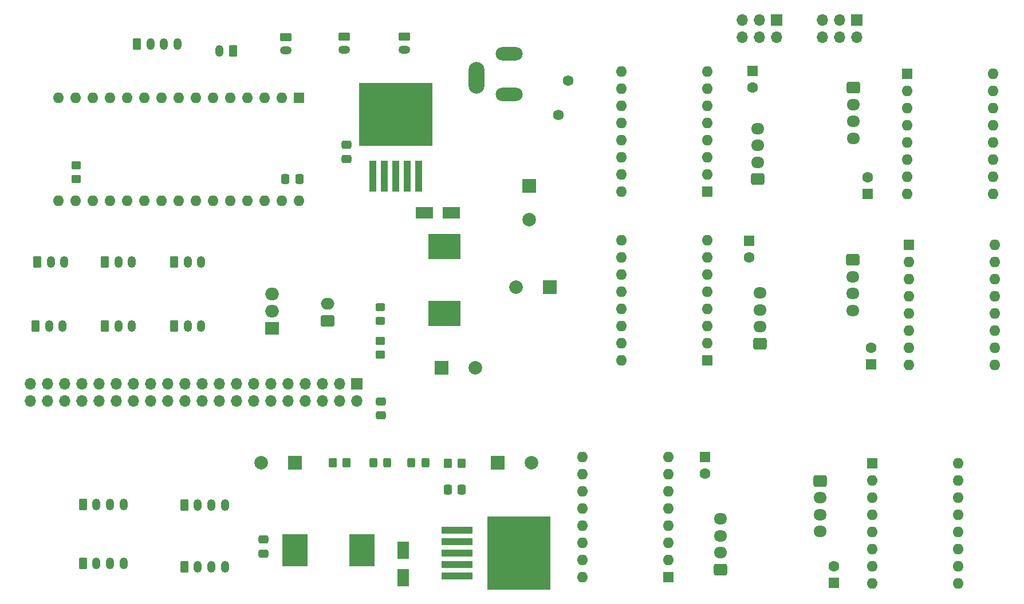
<source format=gbr>
%TF.GenerationSoftware,KiCad,Pcbnew,(6.0.7)*%
%TF.CreationDate,2023-04-18T19:04:57+08:00*%
%TF.ProjectId,stepper_with_DRV8825_controller_board_V3,73746570-7065-4725-9f77-6974685f4452,rev?*%
%TF.SameCoordinates,PX4a62f80PY848f8c0*%
%TF.FileFunction,Soldermask,Top*%
%TF.FilePolarity,Negative*%
%FSLAX46Y46*%
G04 Gerber Fmt 4.6, Leading zero omitted, Abs format (unit mm)*
G04 Created by KiCad (PCBNEW (6.0.7)) date 2023-04-18 19:04:57*
%MOMM*%
%LPD*%
G01*
G04 APERTURE LIST*
G04 Aperture macros list*
%AMRoundRect*
0 Rectangle with rounded corners*
0 $1 Rounding radius*
0 $2 $3 $4 $5 $6 $7 $8 $9 X,Y pos of 4 corners*
0 Add a 4 corners polygon primitive as box body*
4,1,4,$2,$3,$4,$5,$6,$7,$8,$9,$2,$3,0*
0 Add four circle primitives for the rounded corners*
1,1,$1+$1,$2,$3*
1,1,$1+$1,$4,$5*
1,1,$1+$1,$6,$7*
1,1,$1+$1,$8,$9*
0 Add four rect primitives between the rounded corners*
20,1,$1+$1,$2,$3,$4,$5,0*
20,1,$1+$1,$4,$5,$6,$7,0*
20,1,$1+$1,$6,$7,$8,$9,0*
20,1,$1+$1,$8,$9,$2,$3,0*%
G04 Aperture macros list end*
%ADD10RoundRect,0.250000X0.337500X0.475000X-0.337500X0.475000X-0.337500X-0.475000X0.337500X-0.475000X0*%
%ADD11R,2.500000X1.800000*%
%ADD12R,1.600000X1.600000*%
%ADD13C,1.600000*%
%ADD14R,2.000000X2.000000*%
%ADD15C,2.000000*%
%ADD16C,1.590000*%
%ADD17RoundRect,0.250000X-0.450000X0.350000X-0.450000X-0.350000X0.450000X-0.350000X0.450000X0.350000X0*%
%ADD18RoundRect,0.250000X-0.350000X-0.625000X0.350000X-0.625000X0.350000X0.625000X-0.350000X0.625000X0*%
%ADD19O,1.200000X1.750000*%
%ADD20RoundRect,0.250000X-0.450000X0.325000X-0.450000X-0.325000X0.450000X-0.325000X0.450000X0.325000X0*%
%ADD21RoundRect,0.250000X-0.625000X0.350000X-0.625000X-0.350000X0.625000X-0.350000X0.625000X0.350000X0*%
%ADD22O,1.750000X1.200000*%
%ADD23O,1.600000X1.600000*%
%ADD24O,4.000000X2.000000*%
%ADD25O,2.350000X4.700000*%
%ADD26RoundRect,0.250000X0.725000X-0.600000X0.725000X0.600000X-0.725000X0.600000X-0.725000X-0.600000X0*%
%ADD27O,1.950000X1.700000*%
%ADD28RoundRect,0.250000X0.750000X-0.600000X0.750000X0.600000X-0.750000X0.600000X-0.750000X-0.600000X0*%
%ADD29O,2.000000X1.700000*%
%ADD30R,3.800000X4.800000*%
%ADD31RoundRect,0.250000X0.450000X-0.350000X0.450000X0.350000X-0.450000X0.350000X-0.450000X-0.350000X0*%
%ADD32RoundRect,0.250000X-0.350000X-0.450000X0.350000X-0.450000X0.350000X0.450000X-0.350000X0.450000X0*%
%ADD33RoundRect,0.250000X-0.475000X0.337500X-0.475000X-0.337500X0.475000X-0.337500X0.475000X0.337500X0*%
%ADD34R,1.700000X1.700000*%
%ADD35O,1.700000X1.700000*%
%ADD36R,4.600000X1.100000*%
%ADD37R,9.400000X10.800000*%
%ADD38RoundRect,0.250000X-0.725000X0.600000X-0.725000X-0.600000X0.725000X-0.600000X0.725000X0.600000X0*%
%ADD39RoundRect,0.250000X0.475000X-0.337500X0.475000X0.337500X-0.475000X0.337500X-0.475000X-0.337500X0*%
%ADD40RoundRect,0.250000X0.350000X0.450000X-0.350000X0.450000X-0.350000X-0.450000X0.350000X-0.450000X0*%
%ADD41R,4.800000X3.800000*%
%ADD42RoundRect,0.250000X-0.325000X-0.450000X0.325000X-0.450000X0.325000X0.450000X-0.325000X0.450000X0*%
%ADD43R,1.100000X4.600000*%
%ADD44R,10.800000X9.400000*%
%ADD45R,2.000000X1.905000*%
%ADD46O,2.000000X1.905000*%
%ADD47RoundRect,0.250000X0.350000X0.625000X-0.350000X0.625000X-0.350000X-0.625000X0.350000X-0.625000X0*%
%ADD48R,1.800000X2.500000*%
%ADD49RoundRect,0.250000X0.325000X0.450000X-0.325000X0.450000X-0.325000X-0.450000X0.325000X-0.450000X0*%
G04 APERTURE END LIST*
D10*
%TO.C,C10*%
X44000000Y63000000D03*
X41925000Y63000000D03*
%TD*%
D11*
%TO.C,D2*%
X62500000Y58000000D03*
X66500000Y58000000D03*
%TD*%
D12*
%TO.C,C15*%
X128500000Y35534887D03*
D13*
X128500000Y38034887D03*
%TD*%
D14*
%TO.C,C6*%
X65000000Y35000000D03*
D15*
X70000000Y35000000D03*
%TD*%
D16*
%TO.C,F1*%
X83700000Y77550000D03*
X82300000Y72450000D03*
%TD*%
D17*
%TO.C,R4*%
X11000000Y65000000D03*
X11000000Y63000000D03*
%TD*%
D18*
%TO.C,J18*%
X15250000Y50700000D03*
D19*
X17250000Y50700000D03*
X19250000Y50700000D03*
%TD*%
D20*
%TO.C,D5*%
X56000000Y44025000D03*
X56000000Y41975000D03*
%TD*%
D12*
%TO.C,C12*%
X110500000Y53855112D03*
D13*
X110500000Y51355112D03*
%TD*%
D21*
%TO.C,J2*%
X42000000Y84000000D03*
D22*
X42000000Y82000000D03*
%TD*%
D14*
%TO.C,C7*%
X43367677Y21000000D03*
D15*
X38367677Y21000000D03*
%TD*%
D23*
%TO.C,A1*%
X43940000Y59760000D03*
X41400000Y59760000D03*
X38860000Y59760000D03*
X36320000Y59760000D03*
X33780000Y59760000D03*
X31240000Y59760000D03*
X28700000Y59760000D03*
X26160000Y59760000D03*
X23620000Y59760000D03*
X21080000Y59760000D03*
X18540000Y59760000D03*
X16000000Y59760000D03*
X13460000Y59760000D03*
X10920000Y59760000D03*
X8380000Y59760000D03*
X8380000Y75000000D03*
X10920000Y75000000D03*
X13460000Y75000000D03*
X16000000Y75000000D03*
X18540000Y75000000D03*
X21080000Y75000000D03*
X23620000Y75000000D03*
X26160000Y75000000D03*
X28700000Y75000000D03*
X31240000Y75000000D03*
X33780000Y75000000D03*
X36320000Y75000000D03*
X38860000Y75000000D03*
X41400000Y75000000D03*
D12*
X43940000Y75000000D03*
%TD*%
%TO.C,A7*%
X128660000Y20890000D03*
D23*
X128660000Y18350000D03*
X128660000Y15810000D03*
X128660000Y13270000D03*
X128660000Y10730000D03*
X128660000Y8190000D03*
X128660000Y5650000D03*
X128660000Y3110000D03*
X141360000Y3110000D03*
X141360000Y5650000D03*
X141360000Y8190000D03*
X141360000Y10730000D03*
X141360000Y13270000D03*
X141360000Y15810000D03*
X141360000Y18350000D03*
X141360000Y20890000D03*
%TD*%
D24*
%TO.C,J1*%
X75000000Y75500000D03*
D25*
X70200000Y78000000D03*
D24*
X75000000Y81500000D03*
%TD*%
D12*
%TO.C,C13*%
X104000000Y21850000D03*
D13*
X104000000Y19350000D03*
%TD*%
D18*
%TO.C,J13*%
X12000000Y6100000D03*
D19*
X14000000Y6100000D03*
X16000000Y6100000D03*
X18000000Y6100000D03*
%TD*%
D18*
%TO.C,J6*%
X27000000Y5550000D03*
D19*
X29000000Y5550000D03*
X31000000Y5550000D03*
X33000000Y5550000D03*
%TD*%
D26*
%TO.C,J15*%
X111775000Y62950000D03*
D27*
X111775000Y65450000D03*
X111775000Y67950000D03*
X111775000Y70450000D03*
%TD*%
D12*
%TO.C,C14*%
X128000000Y60734887D03*
D13*
X128000000Y63234887D03*
%TD*%
D28*
%TO.C,J11*%
X48185000Y42005000D03*
D29*
X48185000Y44505000D03*
%TD*%
D30*
%TO.C,L2*%
X53280177Y8000000D03*
X43380177Y8000000D03*
%TD*%
D14*
%TO.C,C1*%
X81000000Y47000000D03*
D15*
X76000000Y47000000D03*
%TD*%
D18*
%TO.C,J8*%
X20000000Y83000000D03*
D19*
X22000000Y83000000D03*
X24000000Y83000000D03*
X26000000Y83000000D03*
%TD*%
D14*
%TO.C,C5*%
X78000000Y62000000D03*
D15*
X78000000Y57000000D03*
%TD*%
D12*
%TO.C,A3*%
X104340000Y36110000D03*
D23*
X104340000Y38650000D03*
X104340000Y41190000D03*
X104340000Y43730000D03*
X104340000Y46270000D03*
X104340000Y48810000D03*
X104340000Y51350000D03*
X104340000Y53890000D03*
X91640000Y53890000D03*
X91640000Y51350000D03*
X91640000Y48810000D03*
X91640000Y46270000D03*
X91640000Y43730000D03*
X91640000Y41190000D03*
X91640000Y38650000D03*
X91640000Y36110000D03*
%TD*%
D31*
%TO.C,R3*%
X56000000Y37000000D03*
X56000000Y39000000D03*
%TD*%
D32*
%TO.C,R2*%
X48955177Y21000000D03*
X50955177Y21000000D03*
%TD*%
D33*
%TO.C,C8*%
X56055000Y30075000D03*
X56055000Y28000000D03*
%TD*%
D18*
%TO.C,J19*%
X25500000Y50700000D03*
D19*
X27500000Y50700000D03*
X29500000Y50700000D03*
%TD*%
D34*
%TO.C,J10*%
X114580000Y86500000D03*
D35*
X114580000Y83960000D03*
X112040000Y86500000D03*
X112040000Y83960000D03*
X109500000Y86500000D03*
X109500000Y83960000D03*
%TD*%
D36*
%TO.C,U2*%
X67330177Y11000000D03*
X67330177Y9300000D03*
D37*
X76480177Y7600000D03*
D36*
X67330177Y7600000D03*
X67330177Y5900000D03*
X67330177Y4200000D03*
%TD*%
D18*
%TO.C,J5*%
X27000000Y14750000D03*
D19*
X29000000Y14750000D03*
X31000000Y14750000D03*
X33000000Y14750000D03*
%TD*%
D38*
%TO.C,J21*%
X125915000Y76490000D03*
D27*
X125915000Y73990000D03*
X125915000Y71490000D03*
X125915000Y68990000D03*
%TD*%
D39*
%TO.C,C3*%
X51000000Y65962500D03*
X51000000Y68037500D03*
%TD*%
D40*
%TO.C,R1*%
X68000000Y20900000D03*
X66000000Y20900000D03*
%TD*%
D38*
%TO.C,J25*%
X125790000Y51040000D03*
D27*
X125790000Y48540000D03*
X125790000Y46040000D03*
X125790000Y43540000D03*
%TD*%
D41*
%TO.C,L1*%
X65480177Y52950000D03*
X65480177Y43050000D03*
%TD*%
D38*
%TO.C,J26*%
X121000000Y18295113D03*
D27*
X121000000Y15795113D03*
X121000000Y13295113D03*
X121000000Y10795113D03*
%TD*%
D14*
%TO.C,C2*%
X73330177Y21000000D03*
D15*
X78330177Y21000000D03*
%TD*%
D42*
%TO.C,D1*%
X60575000Y21000000D03*
X62625000Y21000000D03*
%TD*%
D18*
%TO.C,J12*%
X12000000Y14800000D03*
D19*
X14000000Y14800000D03*
X16000000Y14800000D03*
X18000000Y14800000D03*
%TD*%
D26*
%TO.C,J16*%
X112075000Y38600000D03*
D27*
X112075000Y41100000D03*
X112075000Y43600000D03*
X112075000Y46100000D03*
%TD*%
D34*
%TO.C,J14*%
X52465000Y32675000D03*
D35*
X52465000Y30135000D03*
X49925000Y32675000D03*
X49925000Y30135000D03*
X47385000Y32675000D03*
X47385000Y30135000D03*
X44845000Y32675000D03*
X44845000Y30135000D03*
X42305000Y32675000D03*
X42305000Y30135000D03*
X39765000Y32675000D03*
X39765000Y30135000D03*
X37225000Y32675000D03*
X37225000Y30135000D03*
X34685000Y32675000D03*
X34685000Y30135000D03*
X32145000Y32675000D03*
X32145000Y30135000D03*
X29605000Y32675000D03*
X29605000Y30135000D03*
X27065000Y32675000D03*
X27065000Y30135000D03*
X24525000Y32675000D03*
X24525000Y30135000D03*
X21985000Y32675000D03*
X21985000Y30135000D03*
X19445000Y32675000D03*
X19445000Y30135000D03*
X16905000Y32675000D03*
X16905000Y30135000D03*
X14365000Y32675000D03*
X14365000Y30135000D03*
X11825000Y32675000D03*
X11825000Y30135000D03*
X9285000Y32675000D03*
X9285000Y30135000D03*
X6745000Y32675000D03*
X6745000Y30135000D03*
X4205000Y32675000D03*
X4205000Y30135000D03*
%TD*%
D10*
%TO.C,C4*%
X68000000Y17000000D03*
X65925000Y17000000D03*
%TD*%
D43*
%TO.C,U1*%
X54825000Y63425000D03*
X56525000Y63425000D03*
X58225000Y63425000D03*
D44*
X58225000Y72575000D03*
D43*
X59925000Y63425000D03*
X61625000Y63425000D03*
%TD*%
D21*
%TO.C,J3*%
X50600000Y84100000D03*
D22*
X50600000Y82100000D03*
%TD*%
D18*
%TO.C,J17*%
X5250000Y50700000D03*
D19*
X7250000Y50700000D03*
X9250000Y50700000D03*
%TD*%
D12*
%TO.C,C11*%
X111000000Y79000000D03*
D13*
X111000000Y76500000D03*
%TD*%
D45*
%TO.C,Q1*%
X40000000Y40920000D03*
D46*
X40000000Y43460000D03*
X40000000Y46000000D03*
%TD*%
D18*
%TO.C,J22*%
X5000000Y41250000D03*
D19*
X7000000Y41250000D03*
X9000000Y41250000D03*
%TD*%
D47*
%TO.C,J7*%
X34200000Y81950000D03*
D19*
X32200000Y81950000D03*
%TD*%
D33*
%TO.C,C9*%
X38669823Y9625000D03*
X38669823Y7550000D03*
%TD*%
D12*
%TO.C,A6*%
X134075000Y53230000D03*
D23*
X134075000Y50690000D03*
X134075000Y48150000D03*
X134075000Y45610000D03*
X134075000Y43070000D03*
X134075000Y40530000D03*
X134075000Y37990000D03*
X134075000Y35450000D03*
X146775000Y35450000D03*
X146775000Y37990000D03*
X146775000Y40530000D03*
X146775000Y43070000D03*
X146775000Y45610000D03*
X146775000Y48150000D03*
X146775000Y50690000D03*
X146775000Y53230000D03*
%TD*%
D18*
%TO.C,J24*%
X25500000Y41250000D03*
D19*
X27500000Y41250000D03*
X29500000Y41250000D03*
%TD*%
D48*
%TO.C,D3*%
X59330177Y8000000D03*
X59330177Y4000000D03*
%TD*%
D12*
%TO.C,A5*%
X133875000Y78530000D03*
D23*
X133875000Y75990000D03*
X133875000Y73450000D03*
X133875000Y70910000D03*
X133875000Y68370000D03*
X133875000Y65830000D03*
X133875000Y63290000D03*
X133875000Y60750000D03*
X146575000Y60750000D03*
X146575000Y63290000D03*
X146575000Y65830000D03*
X146575000Y68370000D03*
X146575000Y70910000D03*
X146575000Y73450000D03*
X146575000Y75990000D03*
X146575000Y78530000D03*
%TD*%
D12*
%TO.C,A2*%
X104340000Y61110000D03*
D23*
X104340000Y63650000D03*
X104340000Y66190000D03*
X104340000Y68730000D03*
X104340000Y71270000D03*
X104340000Y73810000D03*
X104340000Y76350000D03*
X104340000Y78890000D03*
X91640000Y78890000D03*
X91640000Y76350000D03*
X91640000Y73810000D03*
X91640000Y71270000D03*
X91640000Y68730000D03*
X91640000Y66190000D03*
X91640000Y63650000D03*
X91640000Y61110000D03*
%TD*%
D18*
%TO.C,J23*%
X15250000Y41250000D03*
D19*
X17250000Y41250000D03*
X19250000Y41250000D03*
%TD*%
D34*
%TO.C,J9*%
X126380000Y86500000D03*
D35*
X126380000Y83960000D03*
X123840000Y86500000D03*
X123840000Y83960000D03*
X121300000Y86500000D03*
X121300000Y83960000D03*
%TD*%
D49*
%TO.C,D4*%
X57005177Y21000000D03*
X54955177Y21000000D03*
%TD*%
D12*
%TO.C,A4*%
X98585000Y4060000D03*
D23*
X98585000Y6600000D03*
X98585000Y9140000D03*
X98585000Y11680000D03*
X98585000Y14220000D03*
X98585000Y16760000D03*
X98585000Y19300000D03*
X98585000Y21840000D03*
X85885000Y21840000D03*
X85885000Y19300000D03*
X85885000Y16760000D03*
X85885000Y14220000D03*
X85885000Y11680000D03*
X85885000Y9140000D03*
X85885000Y6600000D03*
X85885000Y4060000D03*
%TD*%
D21*
%TO.C,J4*%
X59550000Y84100000D03*
D22*
X59550000Y82100000D03*
%TD*%
D12*
%TO.C,C16*%
X123000000Y3184887D03*
D13*
X123000000Y5684887D03*
%TD*%
D26*
%TO.C,J20*%
X106245000Y5150000D03*
D27*
X106245000Y7650000D03*
X106245000Y10150000D03*
X106245000Y12650000D03*
%TD*%
M02*

</source>
